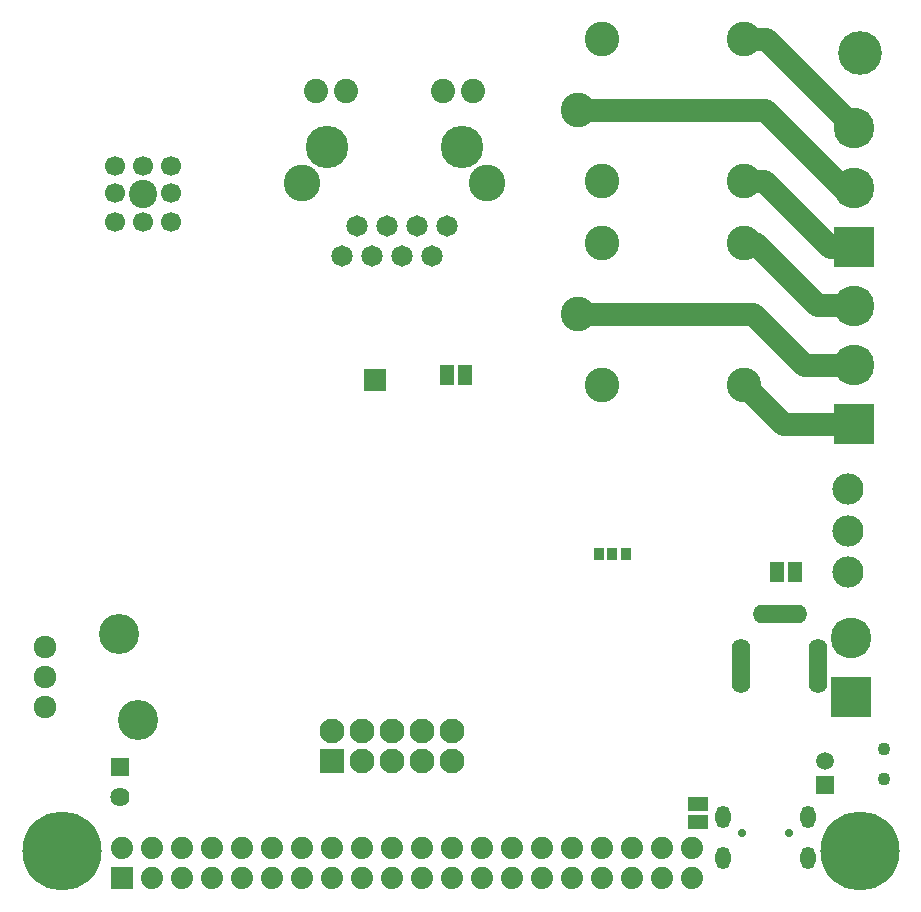
<source format=gbr>
G04 #@! TF.GenerationSoftware,KiCad,Pcbnew,6.0.0-rc1-unknown-0cca1c6~65~ubuntu16.04.1*
G04 #@! TF.CreationDate,2018-08-03T15:16:37+03:00*
G04 #@! TF.ProjectId,ESP32-EVB_Rev_F,45535033322D4556425F5265765F462E,F*
G04 #@! TF.SameCoordinates,Original*
G04 #@! TF.FileFunction,Soldermask,Bot*
G04 #@! TF.FilePolarity,Negative*
%FSLAX46Y46*%
G04 Gerber Fmt 4.6, Leading zero omitted, Abs format (unit mm)*
G04 Created by KiCad (PCBNEW 6.0.0-rc1-unknown-0cca1c6~65~ubuntu16.04.1) date Fri Aug  3 15:16:37 2018*
%MOMM*%
%LPD*%
G01*
G04 APERTURE LIST*
%ADD10C,1.905000*%
%ADD11C,3.600000*%
%ADD12C,2.050000*%
%ADD13C,3.100000*%
%ADD14C,1.810000*%
%ADD15R,1.701800X1.270000*%
%ADD16R,1.270000X1.701800*%
%ADD17C,1.879600*%
%ADD18R,1.879600X1.879600*%
%ADD19C,1.600000*%
%ADD20C,6.700000*%
%ADD21C,1.101600*%
%ADD22R,3.448000X3.448000*%
%ADD23C,3.448000*%
%ADD24O,4.601600X1.601600*%
%ADD25O,1.601600X4.601600*%
%ADD26R,1.501600X1.501600*%
%ADD27C,1.501600*%
%ADD28C,3.700000*%
%ADD29C,2.940000*%
%ADD30C,2.100000*%
%ADD31R,2.100000X2.100000*%
%ADD32C,2.641600*%
%ADD33R,1.822400X1.822400*%
%ADD34R,1.625600X1.625600*%
%ADD35C,1.625600*%
%ADD36C,3.400000*%
%ADD37C,1.924000*%
%ADD38C,0.701600*%
%ADD39O,1.301600X1.901600*%
%ADD40C,1.700000*%
%ADD41C,2.400000*%
%ADD42R,0.863600X1.117600*%
G04 APERTURE END LIST*
D10*
X133045200Y-69189600D02*
X131165600Y-69189600D01*
X140512800Y-76657200D02*
X133045200Y-69189600D01*
X132943600Y-75184000D02*
X117195600Y-75184000D01*
X139547600Y-81788000D02*
X132943600Y-75184000D01*
X140512800Y-81788000D02*
X139547600Y-81788000D01*
X132842000Y-81178400D02*
X131165600Y-81178400D01*
X138430000Y-86766400D02*
X132842000Y-81178400D01*
X140563600Y-86766400D02*
X138430000Y-86766400D01*
X132080000Y-86461600D02*
X131165600Y-86461600D01*
X137363200Y-91744800D02*
X132080000Y-86461600D01*
X140512800Y-91744800D02*
X137363200Y-91744800D01*
X131978400Y-92456000D02*
X117195600Y-92456000D01*
X136296400Y-96774000D02*
X131978400Y-92456000D01*
X140360400Y-96774000D02*
X136296400Y-96774000D01*
X134518400Y-101803200D02*
X131165600Y-98450400D01*
X140258800Y-101803200D02*
X134518400Y-101803200D01*
D11*
G04 #@! TO.C,LAN1*
X95885000Y-78359000D03*
X107315000Y-78359000D03*
D12*
X105670000Y-73610500D03*
X94990000Y-73610500D03*
D13*
X93800000Y-81409000D03*
X109400000Y-81409000D03*
D12*
X108210000Y-73610500D03*
X97530000Y-73610500D03*
D14*
X97165000Y-87599000D03*
X98435000Y-85059000D03*
X99705000Y-87599000D03*
X100975000Y-85059000D03*
X102245000Y-87599000D03*
X103515000Y-85059000D03*
X104785000Y-87599000D03*
X106055000Y-85059000D03*
G04 #@! TD*
D15*
G04 #@! TO.C,400MA_E1*
X127254000Y-135509000D03*
X127254000Y-135509000D03*
X127254000Y-133985000D03*
G04 #@! TD*
D16*
G04 #@! TO.C,CAN_T1*
X135509000Y-114300000D03*
X133985000Y-114300000D03*
X133985000Y-114300000D03*
G04 #@! TD*
D17*
G04 #@! TO.C,EXT1*
X101346000Y-137668000D03*
X101346000Y-140208000D03*
X98806000Y-137668000D03*
X98806000Y-140208000D03*
X96266000Y-137668000D03*
X96266000Y-140208000D03*
X93726000Y-137668000D03*
X93726000Y-140208000D03*
X91186000Y-137668000D03*
X91186000Y-140208000D03*
X81026000Y-137668000D03*
X81026000Y-140208000D03*
X78486000Y-137668000D03*
D18*
X78486000Y-140208000D03*
D17*
X83566000Y-140208000D03*
X83566000Y-137668000D03*
X86106000Y-137668000D03*
X86106000Y-140208000D03*
X88646000Y-140208000D03*
X88646000Y-137668000D03*
X114046000Y-137668000D03*
X114046000Y-140208000D03*
X111506000Y-140208000D03*
X111506000Y-137668000D03*
X108966000Y-137668000D03*
X108966000Y-140208000D03*
X103886000Y-140208000D03*
X103886000Y-137668000D03*
X106426000Y-140208000D03*
X106426000Y-137668000D03*
X116586000Y-140208000D03*
X116586000Y-137668000D03*
X119126000Y-140208000D03*
X119126000Y-137668000D03*
X121666000Y-140208000D03*
X121666000Y-137668000D03*
X124206000Y-140208000D03*
X124206000Y-137668000D03*
X126746000Y-140208000D03*
X126746000Y-137668000D03*
G04 #@! TD*
D19*
G04 #@! TO.C,MH3*
X70993000Y-137922000D03*
X75819000Y-137922000D03*
X75057000Y-139573000D03*
X71755000Y-139700000D03*
X75057000Y-136271000D03*
X71755000Y-136271000D03*
X73406000Y-140335000D03*
X73406000Y-135509000D03*
D20*
X73406000Y-137922000D03*
G04 #@! TD*
D19*
G04 #@! TO.C,MH2*
X138557000Y-137922000D03*
X143383000Y-137922000D03*
X142621000Y-139573000D03*
X139319000Y-139700000D03*
X142621000Y-136271000D03*
X139319000Y-136271000D03*
X140970000Y-140335000D03*
X140970000Y-135509000D03*
D20*
X140970000Y-137922000D03*
G04 #@! TD*
D21*
G04 #@! TO.C,THERM1*
X143002000Y-129286000D03*
G04 #@! TD*
D22*
G04 #@! TO.C,PWR2*
X140208000Y-124895000D03*
D23*
X140208000Y-119895000D03*
G04 #@! TD*
D24*
G04 #@! TO.C,PWR1*
X134237000Y-117869000D03*
D25*
X137437000Y-122319000D03*
X130937000Y-122319000D03*
G04 #@! TD*
D21*
G04 #@! TO.C,GND1*
X143002000Y-131826000D03*
G04 #@! TD*
D23*
G04 #@! TO.C,CON2*
X140500000Y-76774000D03*
D22*
X140500000Y-86774000D03*
D23*
X140500000Y-81774000D03*
G04 #@! TD*
G04 #@! TO.C,CON1*
X140500000Y-91774000D03*
D22*
X140500000Y-101774000D03*
D23*
X140500000Y-96774000D03*
G04 #@! TD*
D26*
G04 #@! TO.C,BAT1*
X138046460Y-132326380D03*
D27*
X138043920Y-130314700D03*
G04 #@! TD*
D28*
G04 #@! TO.C,MH1*
X140970000Y-70358000D03*
G04 #@! TD*
D16*
G04 #@! TO.C,PHY_RST1*
X106045000Y-97663000D03*
X107569000Y-97663000D03*
X107569000Y-97663000D03*
G04 #@! TD*
D29*
G04 #@! TO.C,REL1*
X117176000Y-92456000D03*
X131176000Y-98456000D03*
X131176000Y-86456000D03*
X119176000Y-86456000D03*
X119176000Y-98456000D03*
G04 #@! TD*
G04 #@! TO.C,REL2*
X117176000Y-75184000D03*
X131176000Y-81184000D03*
X131176000Y-69184000D03*
X119176000Y-69184000D03*
X119176000Y-81184000D03*
G04 #@! TD*
D30*
G04 #@! TO.C,UEXT1*
X106426000Y-127762000D03*
X106426000Y-130302000D03*
X103886000Y-127762000D03*
X103886000Y-130302000D03*
X101346000Y-127762000D03*
X101346000Y-130302000D03*
X98806000Y-127762000D03*
X98806000Y-130302000D03*
X96266000Y-127762000D03*
D31*
X96266000Y-130302000D03*
G04 #@! TD*
D32*
G04 #@! TO.C,CAN1*
X140000000Y-114315000D03*
X140000000Y-107315000D03*
X140000000Y-110815000D03*
G04 #@! TD*
D33*
G04 #@! TO.C,U4*
X99949000Y-98044000D03*
G04 #@! TD*
D34*
G04 #@! TO.C,LED3*
X78359000Y-130810000D03*
D35*
X78359000Y-133350000D03*
G04 #@! TD*
D36*
G04 #@! TO.C,U7*
X79909000Y-126840000D03*
X78309000Y-119540000D03*
D37*
X72009000Y-125730000D03*
X72009000Y-123190000D03*
X72009000Y-120650000D03*
G04 #@! TD*
D38*
G04 #@! TO.C,USB-UART1*
X131000000Y-136403000D03*
X135000000Y-136403000D03*
D39*
X129400000Y-138553000D03*
X129400000Y-135083000D03*
X136600000Y-135083000D03*
X136600000Y-138553000D03*
G04 #@! TD*
D40*
G04 #@! TO.C,U3*
X77969600Y-84682800D03*
D41*
X80281000Y-82346000D03*
D40*
X82643200Y-84682800D03*
X77969600Y-79983800D03*
X82643200Y-79983800D03*
X80281000Y-79983800D03*
X80281000Y-84682800D03*
X77969600Y-82219000D03*
X82643200Y-82219000D03*
G04 #@! TD*
D42*
G04 #@! TO.C,5.0V/3.3V1*
X118872000Y-112776000D03*
X120015000Y-112776000D03*
X121158000Y-112776000D03*
G04 #@! TD*
M02*

</source>
